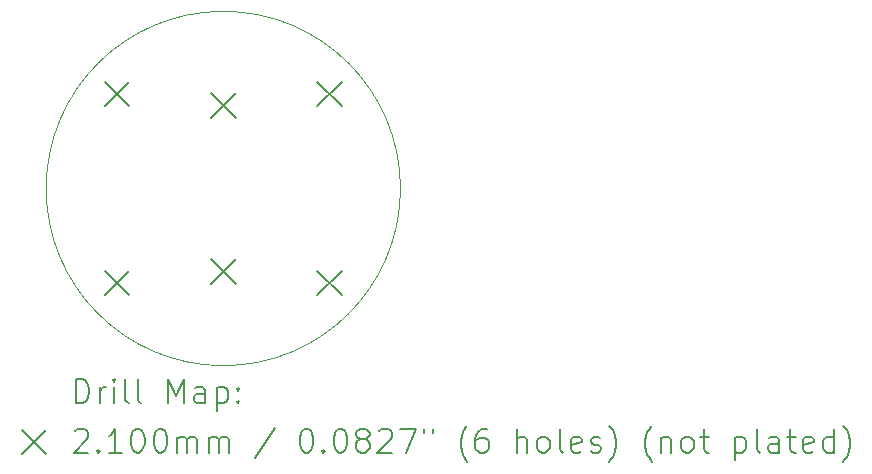
<source format=gbr>
%TF.GenerationSoftware,KiCad,Pcbnew,6.0.11-2627ca5db0~126~ubuntu22.04.1*%
%TF.CreationDate,2024-02-04T10:42:47-08:00*%
%TF.ProjectId,stick-switch,73746963-6b2d-4737-9769-7463682e6b69,rev?*%
%TF.SameCoordinates,Original*%
%TF.FileFunction,Drillmap*%
%TF.FilePolarity,Positive*%
%FSLAX45Y45*%
G04 Gerber Fmt 4.5, Leading zero omitted, Abs format (unit mm)*
G04 Created by KiCad (PCBNEW 6.0.11-2627ca5db0~126~ubuntu22.04.1) date 2024-02-04 10:42:47*
%MOMM*%
%LPD*%
G01*
G04 APERTURE LIST*
%ADD10C,0.100000*%
%ADD11C,0.200000*%
%ADD12C,0.210000*%
G04 APERTURE END LIST*
D10*
X1500000Y0D02*
G75*
G03*
X1500000Y0I-1500000J0D01*
G01*
D11*
D12*
X-1005000Y905000D02*
X-795000Y695000D01*
X-795000Y905000D02*
X-1005000Y695000D01*
X-1005000Y-695000D02*
X-795000Y-905000D01*
X-795000Y-695000D02*
X-1005000Y-905000D01*
X-105000Y805000D02*
X105000Y595000D01*
X105000Y805000D02*
X-105000Y595000D01*
X-105000Y-595000D02*
X105000Y-805000D01*
X105000Y-595000D02*
X-105000Y-805000D01*
X795000Y905000D02*
X1005000Y695000D01*
X1005000Y905000D02*
X795000Y695000D01*
X795000Y-695000D02*
X1005000Y-905000D01*
X1005000Y-695000D02*
X795000Y-905000D01*
D11*
X-1247381Y-1815476D02*
X-1247381Y-1615476D01*
X-1199762Y-1615476D01*
X-1171190Y-1625000D01*
X-1152143Y-1644048D01*
X-1142619Y-1663095D01*
X-1133095Y-1701190D01*
X-1133095Y-1729762D01*
X-1142619Y-1767857D01*
X-1152143Y-1786905D01*
X-1171190Y-1805952D01*
X-1199762Y-1815476D01*
X-1247381Y-1815476D01*
X-1047381Y-1815476D02*
X-1047381Y-1682143D01*
X-1047381Y-1720238D02*
X-1037857Y-1701190D01*
X-1028333Y-1691667D01*
X-1009286Y-1682143D01*
X-990238Y-1682143D01*
X-923571Y-1815476D02*
X-923571Y-1682143D01*
X-923571Y-1615476D02*
X-933095Y-1625000D01*
X-923571Y-1634524D01*
X-914048Y-1625000D01*
X-923571Y-1615476D01*
X-923571Y-1634524D01*
X-799762Y-1815476D02*
X-818809Y-1805952D01*
X-828333Y-1786905D01*
X-828333Y-1615476D01*
X-695000Y-1815476D02*
X-714048Y-1805952D01*
X-723571Y-1786905D01*
X-723571Y-1615476D01*
X-466428Y-1815476D02*
X-466428Y-1615476D01*
X-399762Y-1758333D01*
X-333095Y-1615476D01*
X-333095Y-1815476D01*
X-152143Y-1815476D02*
X-152143Y-1710714D01*
X-161667Y-1691667D01*
X-180714Y-1682143D01*
X-218809Y-1682143D01*
X-237857Y-1691667D01*
X-152143Y-1805952D02*
X-171190Y-1815476D01*
X-218809Y-1815476D01*
X-237857Y-1805952D01*
X-247381Y-1786905D01*
X-247381Y-1767857D01*
X-237857Y-1748809D01*
X-218809Y-1739286D01*
X-171190Y-1739286D01*
X-152143Y-1729762D01*
X-56905Y-1682143D02*
X-56905Y-1882143D01*
X-56905Y-1691667D02*
X-37857Y-1682143D01*
X238Y-1682143D01*
X19286Y-1691667D01*
X28809Y-1701190D01*
X38333Y-1720238D01*
X38333Y-1777381D01*
X28809Y-1796428D01*
X19286Y-1805952D01*
X238Y-1815476D01*
X-37857Y-1815476D01*
X-56905Y-1805952D01*
X124048Y-1796428D02*
X133571Y-1805952D01*
X124048Y-1815476D01*
X114524Y-1805952D01*
X124048Y-1796428D01*
X124048Y-1815476D01*
X124048Y-1691667D02*
X133571Y-1701190D01*
X124048Y-1710714D01*
X114524Y-1701190D01*
X124048Y-1691667D01*
X124048Y-1710714D01*
X-1705000Y-2045000D02*
X-1505000Y-2245000D01*
X-1505000Y-2045000D02*
X-1705000Y-2245000D01*
X-1256905Y-2054524D02*
X-1247381Y-2045000D01*
X-1228333Y-2035476D01*
X-1180714Y-2035476D01*
X-1161667Y-2045000D01*
X-1152143Y-2054524D01*
X-1142619Y-2073571D01*
X-1142619Y-2092619D01*
X-1152143Y-2121190D01*
X-1266429Y-2235476D01*
X-1142619Y-2235476D01*
X-1056905Y-2216429D02*
X-1047381Y-2225952D01*
X-1056905Y-2235476D01*
X-1066429Y-2225952D01*
X-1056905Y-2216429D01*
X-1056905Y-2235476D01*
X-856905Y-2235476D02*
X-971190Y-2235476D01*
X-914048Y-2235476D02*
X-914048Y-2035476D01*
X-933095Y-2064048D01*
X-952143Y-2083095D01*
X-971190Y-2092619D01*
X-733095Y-2035476D02*
X-714048Y-2035476D01*
X-695000Y-2045000D01*
X-685476Y-2054524D01*
X-675952Y-2073571D01*
X-666429Y-2111667D01*
X-666429Y-2159286D01*
X-675952Y-2197381D01*
X-685476Y-2216429D01*
X-695000Y-2225952D01*
X-714048Y-2235476D01*
X-733095Y-2235476D01*
X-752143Y-2225952D01*
X-761667Y-2216429D01*
X-771190Y-2197381D01*
X-780714Y-2159286D01*
X-780714Y-2111667D01*
X-771190Y-2073571D01*
X-761667Y-2054524D01*
X-752143Y-2045000D01*
X-733095Y-2035476D01*
X-542619Y-2035476D02*
X-523571Y-2035476D01*
X-504524Y-2045000D01*
X-495000Y-2054524D01*
X-485476Y-2073571D01*
X-475952Y-2111667D01*
X-475952Y-2159286D01*
X-485476Y-2197381D01*
X-495000Y-2216429D01*
X-504524Y-2225952D01*
X-523571Y-2235476D01*
X-542619Y-2235476D01*
X-561667Y-2225952D01*
X-571190Y-2216429D01*
X-580714Y-2197381D01*
X-590238Y-2159286D01*
X-590238Y-2111667D01*
X-580714Y-2073571D01*
X-571190Y-2054524D01*
X-561667Y-2045000D01*
X-542619Y-2035476D01*
X-390238Y-2235476D02*
X-390238Y-2102143D01*
X-390238Y-2121190D02*
X-380714Y-2111667D01*
X-361667Y-2102143D01*
X-333095Y-2102143D01*
X-314048Y-2111667D01*
X-304524Y-2130714D01*
X-304524Y-2235476D01*
X-304524Y-2130714D02*
X-295000Y-2111667D01*
X-275952Y-2102143D01*
X-247381Y-2102143D01*
X-228333Y-2111667D01*
X-218809Y-2130714D01*
X-218809Y-2235476D01*
X-123571Y-2235476D02*
X-123571Y-2102143D01*
X-123571Y-2121190D02*
X-114048Y-2111667D01*
X-95000Y-2102143D01*
X-66429Y-2102143D01*
X-47381Y-2111667D01*
X-37857Y-2130714D01*
X-37857Y-2235476D01*
X-37857Y-2130714D02*
X-28333Y-2111667D01*
X-9286Y-2102143D01*
X19286Y-2102143D01*
X38333Y-2111667D01*
X47857Y-2130714D01*
X47857Y-2235476D01*
X438333Y-2025952D02*
X266905Y-2283095D01*
X695476Y-2035476D02*
X714524Y-2035476D01*
X733571Y-2045000D01*
X743095Y-2054524D01*
X752619Y-2073571D01*
X762143Y-2111667D01*
X762143Y-2159286D01*
X752619Y-2197381D01*
X743095Y-2216429D01*
X733571Y-2225952D01*
X714524Y-2235476D01*
X695476Y-2235476D01*
X676429Y-2225952D01*
X666905Y-2216429D01*
X657381Y-2197381D01*
X647857Y-2159286D01*
X647857Y-2111667D01*
X657381Y-2073571D01*
X666905Y-2054524D01*
X676429Y-2045000D01*
X695476Y-2035476D01*
X847857Y-2216429D02*
X857381Y-2225952D01*
X847857Y-2235476D01*
X838333Y-2225952D01*
X847857Y-2216429D01*
X847857Y-2235476D01*
X981190Y-2035476D02*
X1000238Y-2035476D01*
X1019286Y-2045000D01*
X1028809Y-2054524D01*
X1038333Y-2073571D01*
X1047857Y-2111667D01*
X1047857Y-2159286D01*
X1038333Y-2197381D01*
X1028809Y-2216429D01*
X1019286Y-2225952D01*
X1000238Y-2235476D01*
X981190Y-2235476D01*
X962143Y-2225952D01*
X952619Y-2216429D01*
X943095Y-2197381D01*
X933571Y-2159286D01*
X933571Y-2111667D01*
X943095Y-2073571D01*
X952619Y-2054524D01*
X962143Y-2045000D01*
X981190Y-2035476D01*
X1162143Y-2121190D02*
X1143095Y-2111667D01*
X1133571Y-2102143D01*
X1124048Y-2083095D01*
X1124048Y-2073571D01*
X1133571Y-2054524D01*
X1143095Y-2045000D01*
X1162143Y-2035476D01*
X1200238Y-2035476D01*
X1219286Y-2045000D01*
X1228810Y-2054524D01*
X1238333Y-2073571D01*
X1238333Y-2083095D01*
X1228810Y-2102143D01*
X1219286Y-2111667D01*
X1200238Y-2121190D01*
X1162143Y-2121190D01*
X1143095Y-2130714D01*
X1133571Y-2140238D01*
X1124048Y-2159286D01*
X1124048Y-2197381D01*
X1133571Y-2216429D01*
X1143095Y-2225952D01*
X1162143Y-2235476D01*
X1200238Y-2235476D01*
X1219286Y-2225952D01*
X1228810Y-2216429D01*
X1238333Y-2197381D01*
X1238333Y-2159286D01*
X1228810Y-2140238D01*
X1219286Y-2130714D01*
X1200238Y-2121190D01*
X1314524Y-2054524D02*
X1324048Y-2045000D01*
X1343095Y-2035476D01*
X1390714Y-2035476D01*
X1409762Y-2045000D01*
X1419286Y-2054524D01*
X1428809Y-2073571D01*
X1428809Y-2092619D01*
X1419286Y-2121190D01*
X1305000Y-2235476D01*
X1428809Y-2235476D01*
X1495476Y-2035476D02*
X1628809Y-2035476D01*
X1543095Y-2235476D01*
X1695476Y-2035476D02*
X1695476Y-2073571D01*
X1771667Y-2035476D02*
X1771667Y-2073571D01*
X2066905Y-2311667D02*
X2057381Y-2302143D01*
X2038333Y-2273571D01*
X2028809Y-2254524D01*
X2019286Y-2225952D01*
X2009762Y-2178333D01*
X2009762Y-2140238D01*
X2019286Y-2092619D01*
X2028809Y-2064048D01*
X2038333Y-2045000D01*
X2057381Y-2016428D01*
X2066905Y-2006905D01*
X2228810Y-2035476D02*
X2190714Y-2035476D01*
X2171667Y-2045000D01*
X2162143Y-2054524D01*
X2143095Y-2083095D01*
X2133571Y-2121190D01*
X2133571Y-2197381D01*
X2143095Y-2216429D01*
X2152619Y-2225952D01*
X2171667Y-2235476D01*
X2209762Y-2235476D01*
X2228810Y-2225952D01*
X2238333Y-2216429D01*
X2247857Y-2197381D01*
X2247857Y-2149762D01*
X2238333Y-2130714D01*
X2228810Y-2121190D01*
X2209762Y-2111667D01*
X2171667Y-2111667D01*
X2152619Y-2121190D01*
X2143095Y-2130714D01*
X2133571Y-2149762D01*
X2485952Y-2235476D02*
X2485952Y-2035476D01*
X2571667Y-2235476D02*
X2571667Y-2130714D01*
X2562143Y-2111667D01*
X2543095Y-2102143D01*
X2514524Y-2102143D01*
X2495476Y-2111667D01*
X2485952Y-2121190D01*
X2695476Y-2235476D02*
X2676429Y-2225952D01*
X2666905Y-2216429D01*
X2657381Y-2197381D01*
X2657381Y-2140238D01*
X2666905Y-2121190D01*
X2676429Y-2111667D01*
X2695476Y-2102143D01*
X2724048Y-2102143D01*
X2743095Y-2111667D01*
X2752619Y-2121190D01*
X2762143Y-2140238D01*
X2762143Y-2197381D01*
X2752619Y-2216429D01*
X2743095Y-2225952D01*
X2724048Y-2235476D01*
X2695476Y-2235476D01*
X2876428Y-2235476D02*
X2857381Y-2225952D01*
X2847857Y-2206905D01*
X2847857Y-2035476D01*
X3028809Y-2225952D02*
X3009762Y-2235476D01*
X2971667Y-2235476D01*
X2952619Y-2225952D01*
X2943095Y-2206905D01*
X2943095Y-2130714D01*
X2952619Y-2111667D01*
X2971667Y-2102143D01*
X3009762Y-2102143D01*
X3028809Y-2111667D01*
X3038333Y-2130714D01*
X3038333Y-2149762D01*
X2943095Y-2168810D01*
X3114524Y-2225952D02*
X3133571Y-2235476D01*
X3171667Y-2235476D01*
X3190714Y-2225952D01*
X3200238Y-2206905D01*
X3200238Y-2197381D01*
X3190714Y-2178333D01*
X3171667Y-2168810D01*
X3143095Y-2168810D01*
X3124048Y-2159286D01*
X3114524Y-2140238D01*
X3114524Y-2130714D01*
X3124048Y-2111667D01*
X3143095Y-2102143D01*
X3171667Y-2102143D01*
X3190714Y-2111667D01*
X3266905Y-2311667D02*
X3276428Y-2302143D01*
X3295476Y-2273571D01*
X3305000Y-2254524D01*
X3314524Y-2225952D01*
X3324048Y-2178333D01*
X3324048Y-2140238D01*
X3314524Y-2092619D01*
X3305000Y-2064048D01*
X3295476Y-2045000D01*
X3276428Y-2016428D01*
X3266905Y-2006905D01*
X3628809Y-2311667D02*
X3619286Y-2302143D01*
X3600238Y-2273571D01*
X3590714Y-2254524D01*
X3581190Y-2225952D01*
X3571667Y-2178333D01*
X3571667Y-2140238D01*
X3581190Y-2092619D01*
X3590714Y-2064048D01*
X3600238Y-2045000D01*
X3619286Y-2016428D01*
X3628809Y-2006905D01*
X3705000Y-2102143D02*
X3705000Y-2235476D01*
X3705000Y-2121190D02*
X3714524Y-2111667D01*
X3733571Y-2102143D01*
X3762143Y-2102143D01*
X3781190Y-2111667D01*
X3790714Y-2130714D01*
X3790714Y-2235476D01*
X3914524Y-2235476D02*
X3895476Y-2225952D01*
X3885952Y-2216429D01*
X3876428Y-2197381D01*
X3876428Y-2140238D01*
X3885952Y-2121190D01*
X3895476Y-2111667D01*
X3914524Y-2102143D01*
X3943095Y-2102143D01*
X3962143Y-2111667D01*
X3971667Y-2121190D01*
X3981190Y-2140238D01*
X3981190Y-2197381D01*
X3971667Y-2216429D01*
X3962143Y-2225952D01*
X3943095Y-2235476D01*
X3914524Y-2235476D01*
X4038333Y-2102143D02*
X4114524Y-2102143D01*
X4066905Y-2035476D02*
X4066905Y-2206905D01*
X4076428Y-2225952D01*
X4095476Y-2235476D01*
X4114524Y-2235476D01*
X4333571Y-2102143D02*
X4333571Y-2302143D01*
X4333571Y-2111667D02*
X4352619Y-2102143D01*
X4390714Y-2102143D01*
X4409762Y-2111667D01*
X4419286Y-2121190D01*
X4428810Y-2140238D01*
X4428810Y-2197381D01*
X4419286Y-2216429D01*
X4409762Y-2225952D01*
X4390714Y-2235476D01*
X4352619Y-2235476D01*
X4333571Y-2225952D01*
X4543095Y-2235476D02*
X4524048Y-2225952D01*
X4514524Y-2206905D01*
X4514524Y-2035476D01*
X4705000Y-2235476D02*
X4705000Y-2130714D01*
X4695476Y-2111667D01*
X4676429Y-2102143D01*
X4638333Y-2102143D01*
X4619286Y-2111667D01*
X4705000Y-2225952D02*
X4685952Y-2235476D01*
X4638333Y-2235476D01*
X4619286Y-2225952D01*
X4609762Y-2206905D01*
X4609762Y-2187857D01*
X4619286Y-2168810D01*
X4638333Y-2159286D01*
X4685952Y-2159286D01*
X4705000Y-2149762D01*
X4771667Y-2102143D02*
X4847857Y-2102143D01*
X4800238Y-2035476D02*
X4800238Y-2206905D01*
X4809762Y-2225952D01*
X4828810Y-2235476D01*
X4847857Y-2235476D01*
X4990714Y-2225952D02*
X4971667Y-2235476D01*
X4933571Y-2235476D01*
X4914524Y-2225952D01*
X4905000Y-2206905D01*
X4905000Y-2130714D01*
X4914524Y-2111667D01*
X4933571Y-2102143D01*
X4971667Y-2102143D01*
X4990714Y-2111667D01*
X5000238Y-2130714D01*
X5000238Y-2149762D01*
X4905000Y-2168810D01*
X5171667Y-2235476D02*
X5171667Y-2035476D01*
X5171667Y-2225952D02*
X5152619Y-2235476D01*
X5114524Y-2235476D01*
X5095476Y-2225952D01*
X5085952Y-2216429D01*
X5076429Y-2197381D01*
X5076429Y-2140238D01*
X5085952Y-2121190D01*
X5095476Y-2111667D01*
X5114524Y-2102143D01*
X5152619Y-2102143D01*
X5171667Y-2111667D01*
X5247857Y-2311667D02*
X5257381Y-2302143D01*
X5276429Y-2273571D01*
X5285952Y-2254524D01*
X5295476Y-2225952D01*
X5305000Y-2178333D01*
X5305000Y-2140238D01*
X5295476Y-2092619D01*
X5285952Y-2064048D01*
X5276429Y-2045000D01*
X5257381Y-2016428D01*
X5247857Y-2006905D01*
M02*

</source>
